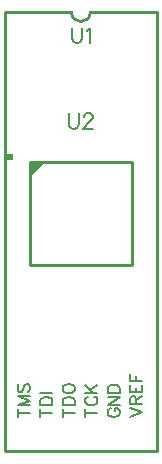
<source format=gto>
G04 DipTrace 3.0.0.2*
G04 82S100replacement.GTO*
%MOMM*%
G04 #@! TF.FileFunction,Legend,Top*
G04 #@! TF.Part,Single*
%ADD10C,0.25*%
%ADD19C,0.6006*%
%ADD42C,0.19608*%
%ADD43C,0.15686*%
%FSLAX35Y35*%
G04*
G71*
G90*
G75*
G01*
G04 TopSilk*
%LPD*%
X2559511Y4781673D2*
D10*
Y1061673D1*
X1279571D2*
X2559511D1*
X1279571Y4781673D2*
Y1061673D1*
Y4781673D2*
X1839524D1*
X2559511D2*
X1999558D1*
X1839524D2*
G03X1999558Y4781673I80017J37D01*
G01*
X1485110Y3512240D2*
X2354990D1*
Y2642360D1*
X1485110D1*
Y3512240D1*
D19*
X1320044Y3557318D3*
G36*
X1487090Y3508280D2*
X1581998Y3506300D1*
X1487090Y3508280D1*
G37*
G36*
X1500026Y3517256D2*
X1620014D1*
X1480094Y3377336D1*
X1500026Y3517256D1*
G37*
X1844174Y4650160D2*
D42*
Y4559050D1*
X1850210Y4540800D1*
X1862424Y4528727D1*
X1880674Y4522550D1*
X1892747D1*
X1910997Y4528727D1*
X1923210Y4540800D1*
X1929247Y4559050D1*
Y4650160D1*
X1968463Y4625733D2*
X1980676Y4631910D1*
X1998926Y4650020D1*
Y4522550D1*
X1815369Y3923287D2*
Y3832177D1*
X1821406Y3813927D1*
X1833619Y3801854D1*
X1851869Y3795677D1*
X1863942D1*
X1882192Y3801854D1*
X1894406Y3813927D1*
X1900442Y3832177D1*
Y3923287D1*
X1945835Y3892823D2*
Y3898860D1*
X1951871Y3911073D1*
X1957908Y3917110D1*
X1970121Y3923146D1*
X1994408D1*
X2006481Y3917110D1*
X2012517Y3911073D1*
X2018694Y3898860D1*
Y3886787D1*
X2012517Y3874573D1*
X2000444Y3856464D1*
X1939658Y3795677D1*
X2024731D1*
X1384510Y1388636D2*
D43*
X1486598D1*
X1384510Y1354607D2*
Y1422665D1*
X1486598Y1531754D2*
X1384510Y1531755D1*
X1486598Y1492896D1*
X1384510Y1454038D1*
X1486598D1*
X1399110Y1631185D2*
X1389339Y1621527D1*
X1384510Y1606927D1*
Y1587498D1*
X1389339Y1572898D1*
X1399110Y1563127D1*
X1408769D1*
X1418539Y1568069D1*
X1423369Y1572898D1*
X1428198Y1582556D1*
X1437969Y1611756D1*
X1442798Y1621527D1*
X1447739Y1626356D1*
X1457398Y1631185D1*
X1471998D1*
X1481656Y1621527D1*
X1486598Y1606927D1*
Y1587498D1*
X1481656Y1572898D1*
X1471998Y1563127D1*
X1575010Y1388636D2*
X1677098D1*
X1575010Y1354607D2*
Y1422665D1*
Y1454038D2*
X1677098D1*
Y1488067D1*
X1672156Y1502667D1*
X1662498Y1512438D1*
X1652727Y1517267D1*
X1638239Y1522096D1*
X1613869D1*
X1599269Y1517267D1*
X1589610Y1512438D1*
X1579839Y1502667D1*
X1575010Y1488067D1*
Y1454038D1*
Y1553469D2*
X1677098D1*
X1765510Y1388636D2*
X1867598D1*
X1765510Y1354607D2*
Y1422665D1*
Y1454038D2*
X1867598D1*
Y1488067D1*
X1862656Y1502667D1*
X1852998Y1512438D1*
X1843227Y1517267D1*
X1828739Y1522096D1*
X1804369D1*
X1789769Y1517267D1*
X1780110Y1512438D1*
X1770339Y1502667D1*
X1765510Y1488067D1*
Y1454038D1*
Y1582669D2*
X1770339Y1572898D1*
X1780110Y1563239D1*
X1789769Y1558298D1*
X1804369Y1553469D1*
X1828739D1*
X1843227Y1558298D1*
X1852998Y1563239D1*
X1862656Y1572898D1*
X1867598Y1582669D1*
Y1602098D1*
X1862656Y1611756D1*
X1852998Y1621527D1*
X1843227Y1626356D1*
X1828739Y1631185D1*
X1804369D1*
X1789769Y1626356D1*
X1780110Y1621527D1*
X1770339Y1611756D1*
X1765510Y1602098D1*
Y1582669D1*
X1956010Y1388636D2*
X2058098D1*
X1956010Y1354607D2*
Y1422665D1*
X1980269Y1526925D2*
X1970610Y1522096D1*
X1960839Y1512325D1*
X1956010Y1502667D1*
Y1483238D1*
X1960839Y1473467D1*
X1970610Y1463808D1*
X1980269Y1458867D1*
X1994869Y1454038D1*
X2019239D1*
X2033727Y1458867D1*
X2043498Y1463808D1*
X2053156Y1473467D1*
X2058098Y1483238D1*
Y1502667D1*
X2053156Y1512325D1*
X2043498Y1522096D1*
X2033727Y1526925D1*
X1956010Y1558298D2*
X2058098D1*
X1956010Y1626356D2*
X2024069Y1558298D1*
X1999698Y1582556D2*
X2058098Y1626356D1*
X2170769Y1427494D2*
X2161110Y1422665D1*
X2151339Y1412894D1*
X2146510Y1403236D1*
Y1383807D1*
X2151339Y1374036D1*
X2161110Y1364378D1*
X2170769Y1359436D1*
X2185369Y1354607D1*
X2209739D1*
X2224227Y1359436D1*
X2233998Y1364378D1*
X2243656Y1374036D1*
X2248598Y1383807D1*
Y1403236D1*
X2243656Y1412894D1*
X2233998Y1422665D1*
X2224227Y1427494D1*
X2209739D1*
Y1403236D1*
X2146510Y1526925D2*
X2248598D1*
X2146510Y1458867D1*
X2248598D1*
X2146510Y1558298D2*
X2248598D1*
Y1592327D1*
X2243656Y1606927D1*
X2233998Y1616698D1*
X2224227Y1621527D1*
X2209739Y1626356D1*
X2185369D1*
X2170769Y1621527D1*
X2161110Y1616698D1*
X2151339Y1606927D1*
X2146510Y1592327D1*
Y1558298D1*
X2337010Y1354607D2*
X2439098Y1393465D1*
X2337010Y1432324D1*
X2385639Y1463696D2*
Y1507384D1*
X2380698Y1521984D1*
X2375869Y1526925D1*
X2366210Y1531754D1*
X2356439Y1531755D1*
X2346781Y1526925D1*
X2341839Y1521984D1*
X2337010Y1507384D1*
Y1463696D1*
X2439098D1*
X2385639Y1497725D2*
X2439098Y1531754D1*
X2337010Y1626244D2*
Y1563127D1*
X2439098D1*
Y1626244D1*
X2385639Y1563127D2*
Y1601985D1*
X2337010Y1720846D2*
Y1657616D1*
X2439098D1*
X2385639D2*
Y1696475D1*
M02*

</source>
